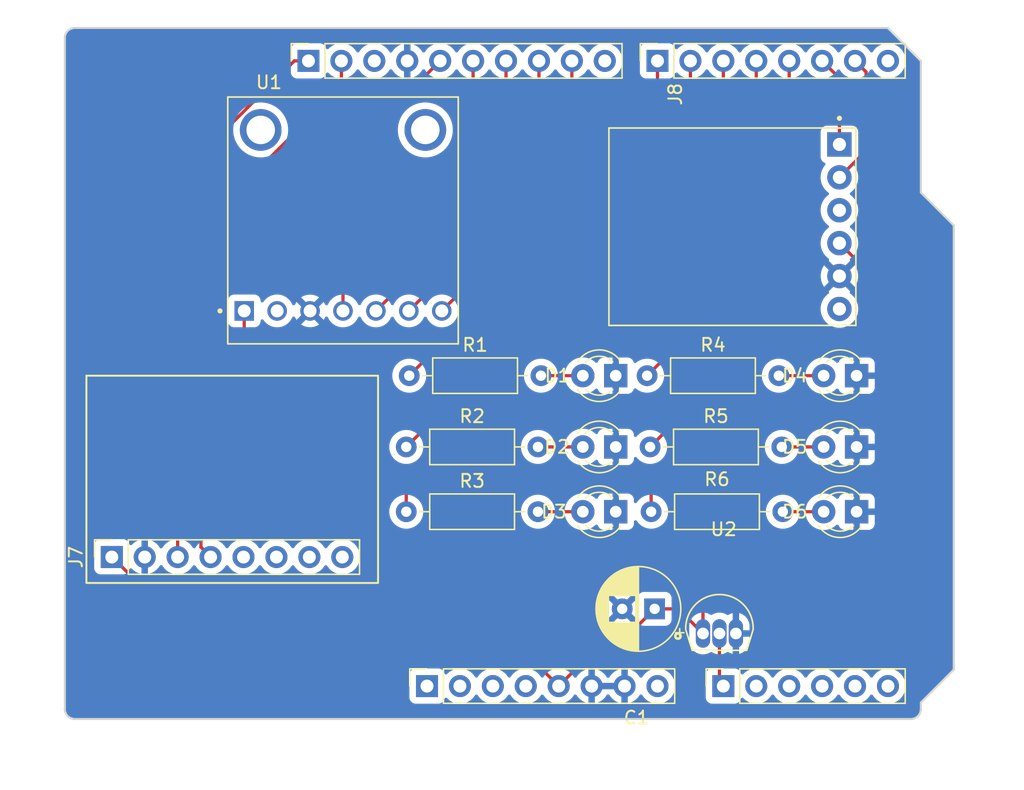
<source format=kicad_pcb>
(kicad_pcb (version 20241229) (generator "pcbnew") (generator_version "9.0")
  (title_block (date "mar. 31 mars 2015"))
  (layers (0 "F.Cu" signal) (2 "B.Cu" signal) (13 "F.Paste" user) (15 "B.Paste" user) (5 "F.SilkS" user "F.Silkscreen") (7 "B.SilkS" user "B.Silkscreen") (1 "F.Mask" user) (3 "B.Mask" user) (25 "Edge.Cuts" user))
  (net 0 "")
  (net 1 "GND")
  (net 3 "+5V")
  (net 4 "/IOREF")
  (net 5 "Net-(D1-A)")
  (net 6 "/A1")
  (net 7 "/A2")
  (net 8 "/A3")
  (net 9 "/SDA{slash}A4")
  (net 10 "/SCL{slash}A5")
  (net 11 "Net-(D2-A)")
  (net 12 "Net-(D3-A)")
  (net 13 "/AREF")
  (net 14 "/8")
  (net 15 "/7")
  (net 16 "Net-(D4-A)")
  (net 17 "Net-(D5-A)")
  (net 18 "/*9")
  (net 19 "/4")
  (net 20 "/MRX_STX")
  (net 21 "/*6")
  (net 22 "/*5")
  (net 23 "Net-(D6-A)")
  (net 24 "/*3")
  (net 25 "/RX{slash}0")
  (net 26 "+3V3")
  (net 27 "VCC")
  (net 28 "/~{RESET}")
  (net 29 "/MOSI")
  (net 30 "/SCL")
  (net 31 "/MISO")
  (net 32 "/SCK")
  (net 33 "/CS")
  (net 34 "/SDA")
  (net 35 "/Vout")
  (net 36 "/MTX_SRX")
  (footprint "Connector_PinSocket_2.54mm:PinSocket_1x08_P2.54mm_Vertical" (layer "F.Cu") (at 127.94 97.46 90)
    (property "Reference" "J1" (hide yes))
    (property "Value" "Power")
    (fp_line (start 1.33 -1.33) (end 1.33 0) (stroke (width 0.12)) (layer "F.SilkS"))
    (fp_line (start 0 -1.33) (end 1.33 -1.33) (stroke (width 0.12)) (layer "F.SilkS"))
    (fp_line (start 1.33 1.27) (end 1.33 19.11) (stroke (width 0.12)) (layer "F.SilkS"))
    (fp_line (start -1.33 1.27) (end 1.33 1.27) (stroke (width 0.12)) (layer "F.SilkS"))
    (fp_line (start -1.33 1.27) (end -1.33 19.11) (stroke (width 0.12)) (layer "F.SilkS"))
    (fp_line (start -1.33 19.11) (end 1.33 19.11) (stroke (width 0.12)) (layer "F.SilkS"))
    (pad "1" thru_hole rect (at 0 0 90) (size 1.7 1.7) (drill 1) (layers "*.Cu" "*.Mask"))
    (pad "2" thru_hole oval (at 0 2.54 90) (size 1.7 1.7) (drill 1) (layers "*.Cu" "*.Mask") (net 4 "/IOREF"))
    (pad "3" thru_hole oval (at 0 5.08 90) (size 1.7 1.7) (drill 1) (layers "*.Cu" "*.Mask") (net 28 "/~{RESET}"))
    (pad "4" thru_hole oval (at 0 7.62 90) (size 1.7 1.7) (drill 1) (layers "*.Cu" "*.Mask") (net 26 "+3V3"))
    (pad "5" thru_hole oval (at 0 10.16 90) (size 1.7 1.7) (drill 1) (layers "*.Cu" "*.Mask") (net 3 "+5V"))
    (pad "6" thru_hole oval (at 0 12.7 90) (size 1.7 1.7) (drill 1) (layers "*.Cu" "*.Mask") (net 1 "GND"))
    (pad "7" thru_hole oval (at 0 15.24 90) (size 1.7 1.7) (drill 1) (layers "*.Cu" "*.Mask") (net 1 "GND"))
    (pad "8" thru_hole oval (at 0 17.78 90) (size 1.7 1.7) (drill 1) (layers "*.Cu" "*.Mask") (net 27 "VCC"))
  )
  (footprint "Connector_PinSocket_2.54mm:PinSocket_1x06_P2.54mm_Vertical" (layer "F.Cu") (at 150.8 97.46 90)
    (property "Reference" "J3" (hide yes))
    (property "Value" "Analog")
    (fp_line (start 1.33 -1.33) (end 1.33 0) (stroke (width 0.12)) (layer "F.SilkS"))
    (fp_line (start 0 -1.33) (end 1.33 -1.33) (stroke (width 0.12)) (layer "F.SilkS"))
    (fp_line (start 1.33 1.27) (end 1.33 14.03) (stroke (width 0.12)) (layer "F.SilkS"))
    (fp_line (start -1.33 1.27) (end 1.33 1.27) (stroke (width 0.12)) (layer "F.SilkS"))
    (fp_line (start -1.33 1.27) (end -1.33 14.03) (stroke (width 0.12)) (layer "F.SilkS"))
    (fp_line (start -1.33 14.03) (end 1.33 14.03) (stroke (width 0.12)) (layer "F.SilkS"))
    (pad "1" thru_hole rect (at 0 0 90) (size 1.7 1.7) (drill 1) (layers "*.Cu" "*.Mask") (net 35 "/Vout"))
    (pad "2" thru_hole oval (at 0 2.54 90) (size 1.7 1.7) (drill 1) (layers "*.Cu" "*.Mask") (net 6 "/A1"))
    (pad "3" thru_hole oval (at 0 5.08 90) (size 1.7 1.7) (drill 1) (layers "*.Cu" "*.Mask") (net 7 "/A2"))
    (pad "4" thru_hole oval (at 0 7.62 90) (size 1.7 1.7) (drill 1) (layers "*.Cu" "*.Mask") (net 8 "/A3"))
    (pad "5" thru_hole oval (at 0 10.16 90) (size 1.7 1.7) (drill 1) (layers "*.Cu" "*.Mask") (net 9 "/SDA{slash}A4"))
    (pad "6" thru_hole oval (at 0 12.7 90) (size 1.7 1.7) (drill 1) (layers "*.Cu" "*.Mask") (net 10 "/SCL{slash}A5"))
  )
  (footprint "Connector_PinSocket_2.54mm:PinSocket_1x10_P2.54mm_Vertical" (layer "F.Cu") (at 118.796 49.2 90)
    (property "Reference" "J2" (hide yes))
    (property "Value" "Digital/PWM")
    (fp_line (start 1.33 -1.33) (end 1.33 0) (stroke (width 0.12)) (layer "F.SilkS"))
    (fp_line (start 0 -1.33) (end 1.33 -1.33) (stroke (width 0.12)) (layer "F.SilkS"))
    (fp_line (start 1.33 1.27) (end 1.33 24.19) (stroke (width 0.12)) (layer "F.SilkS"))
    (fp_line (start -1.33 1.27) (end 1.33 1.27) (stroke (width 0.12)) (layer "F.SilkS"))
    (fp_line (start -1.33 1.27) (end -1.33 24.19) (stroke (width 0.12)) (layer "F.SilkS"))
    (fp_line (start -1.33 24.19) (end 1.33 24.19) (stroke (width 0.12)) (layer "F.SilkS"))
    (pad "1" thru_hole rect (at 0 0 90) (size 1.7 1.7) (drill 1) (layers "*.Cu" "*.Mask") (net 30 "/SCL"))
    (pad "2" thru_hole oval (at 0 2.54 90) (size 1.7 1.7) (drill 1) (layers "*.Cu" "*.Mask") (net 34 "/SDA"))
    (pad "3" thru_hole oval (at 0 5.08 90) (size 1.7 1.7) (drill 1) (layers "*.Cu" "*.Mask") (net 13 "/AREF"))
    (pad "4" thru_hole oval (at 0 7.62 90) (size 1.7 1.7) (drill 1) (layers "*.Cu" "*.Mask") (net 1 "GND"))
    (pad "5" thru_hole oval (at 0 10.16 90) (size 1.7 1.7) (drill 1) (layers "*.Cu" "*.Mask") (net 32 "/SCK"))
    (pad "6" thru_hole oval (at 0 12.7 90) (size 1.7 1.7) (drill 1) (layers "*.Cu" "*.Mask") (net 31 "/MISO"))
    (pad "7" thru_hole oval (at 0 15.24 90) (size 1.7 1.7) (drill 1) (layers "*.Cu" "*.Mask") (net 29 "/MOSI"))
    (pad "8" thru_hole oval (at 0 17.78 90) (size 1.7 1.7) (drill 1) (layers "*.Cu" "*.Mask") (net 33 "/CS"))
    (pad "9" thru_hole oval (at 0 20.32 90) (size 1.7 1.7) (drill 1) (layers "*.Cu" "*.Mask") (net 18 "/*9"))
    (pad "10" thru_hole oval (at 0 22.86 90) (size 1.7 1.7) (drill 1) (layers "*.Cu" "*.Mask") (net 14 "/8"))
  )
  (footprint "Connector_PinSocket_2.54mm:PinSocket_1x08_P2.54mm_Vertical" (layer "F.Cu") (at 145.72 49.2 90)
    (property "Reference" "J4" (hide yes))
    (property "Value" "Digital/PWM")
    (fp_line (start 1.33 -1.33) (end 1.33 0) (stroke (width 0.12)) (layer "F.SilkS"))
    (fp_line (start 0 -1.33) (end 1.33 -1.33) (stroke (width 0.12)) (layer "F.SilkS"))
    (fp_line (start 1.33 1.27) (end 1.33 19.11) (stroke (width 0.12)) (layer "F.SilkS"))
    (fp_line (start -1.33 1.27) (end 1.33 1.27) (stroke (width 0.12)) (layer "F.SilkS"))
    (fp_line (start -1.33 1.27) (end -1.33 19.11) (stroke (width 0.12)) (layer "F.SilkS"))
    (fp_line (start -1.33 19.11) (end 1.33 19.11) (stroke (width 0.12)) (layer "F.SilkS"))
    (pad "1" thru_hole rect (at 0 0 90) (size 1.7 1.7) (drill 1) (layers "*.Cu" "*.Mask") (net 15 "/7"))
    (pad "2" thru_hole oval (at 0 2.54 90) (size 1.7 1.7) (drill 1) (layers "*.Cu" "*.Mask") (net 21 "/*6"))
    (pad "3" thru_hole oval (at 0 5.08 90) (size 1.7 1.7) (drill 1) (layers "*.Cu" "*.Mask") (net 22 "/*5"))
    (pad "4" thru_hole oval (at 0 7.62 90) (size 1.7 1.7) (drill 1) (layers "*.Cu" "*.Mask") (net 19 "/4"))
    (pad "5" thru_hole oval (at 0 10.16 90) (size 1.7 1.7) (drill 1) (layers "*.Cu" "*.Mask") (net 24 "/*3"))
    (pad "6" thru_hole oval (at 0 12.7 90) (size 1.7 1.7) (drill 1) (layers "*.Cu" "*.Mask") (net 20 "/MRX_STX"))
    (pad "7" thru_hole oval (at 0 15.24 90) (size 1.7 1.7) (drill 1) (layers "*.Cu" "*.Mask") (net 36 "/MTX_SRX"))
    (pad "8" thru_hole oval (at 0 17.78 90) (size 1.7 1.7) (drill 1) (layers "*.Cu" "*.Mask") (net 25 "/RX{slash}0"))
  )
  (footprint "TMP36GT9:XDCR_TMP36GT9" (layer "F.Cu") (at 150.5 92.5)
    (property "Reference" "U2" (at 0.325335 -7.141005 0) (layer "F.SilkS") (effects (font (size 1.001913 1.001913))))
    (property "Value" "TMP36GT9")
    (fp_line (start -2.6 0.6) (end -2.1 2.2) (stroke (width 0.127)) (layer "F.SilkS"))
    (fp_line (start -2.1 2.2) (end 2.1 2.2) (stroke (width 0.127)) (layer "F.SilkS"))
    (fp_line (start 2.1 2.2) (end 2.6 0.6) (stroke (width 0.127)) (layer "F.SilkS"))
    (fp_arc (start -2.6 0.538) (mid 0 -2.107779) (end 2.6 0.538) (stroke (width 0.127)) (layer "F.SilkS"))
    (fp_circle (center -3.2 1.1) (end -3 1.1) (stroke (width 0.2)) (fill no) (layer "F.SilkS"))
    (pad "1" thru_hole oval (at -1.27 0.9) (size 1.1 2.2) (drill 0.9) (layers "*.Cu" "*.Mask") (net 3 "+5V"))
    (pad "2" thru_hole oval (at 0 0.9) (size 1.1 2.2) (drill 0.9) (layers "*.Cu" "*.Mask") (net 35 "/Vout"))
    (pad "3" thru_hole oval (at 1.27 0.9) (size 1.1 2.2) (drill 0.9) (layers "*.Cu" "*.Mask") (net 1 "GND"))
  )
  (footprint "Resistor_THT:R_Axial_DIN0207_L6.3mm_D2.5mm_P10.16mm_Horizontal" (layer "F.Cu") (at 126.34 84)
    (property "Reference" "R3" (at 5.08 -2.37 0) (layer "F.SilkS"))
    (property "Value" "330")
    (fp_line (start 1.04 0) (end 1.81 0) (stroke (width 0.12)) (layer "F.SilkS"))
    (fp_line (start 1.81 -1.37) (end 1.81 1.37) (stroke (width 0.12)) (layer "F.SilkS"))
    (fp_line (start 1.81 1.37) (end 8.35 1.37) (stroke (width 0.12)) (layer "F.SilkS"))
    (fp_line (start 8.35 -1.37) (end 1.81 -1.37) (stroke (width 0.12)) (layer "F.SilkS"))
    (fp_line (start 8.35 1.37) (end 8.35 -1.37) (stroke (width 0.12)) (layer "F.SilkS"))
    (fp_line (start 9.12 0) (end 8.35 0) (stroke (width 0.12)) (layer "F.SilkS"))
    (pad "1" thru_hole circle (at 0 0) (size 1.6 1.6) (drill 0.8) (layers "*.Cu" "*.Mask") (net 21 "/*6"))
    (pad "2" thru_hole oval (at 10.16 0) (size 1.6 1.6) (drill 0.8) (layers "*.Cu" "*.Mask") (net 12 "Net-(D3-A)"))
  )
  (footprint "Capacitor_THT:CP_Radial_D6.3mm_P2.50mm" (layer "F.Cu") (at 145.5 91.5 180)
    (property "Reference" "C1" (at 1.4 -8.4 0) (layer "F.SilkS"))
    (property "Value" "0.1uF")
    (fp_line (start 4.491 -0.402) (end 4.491 0.402) (stroke (width 0.12)) (layer "F.SilkS"))
    (fp_line (start 4.451 -0.633) (end 4.451 0.633) (stroke (width 0.12)) (layer "F.SilkS"))
    (fp_line (start 4.411 -0.802) (end 4.411 0.802) (stroke (width 0.12)) (layer "F.SilkS"))
    (fp_line (start 4.371 -0.94) (end 4.371 0.94) (stroke (width 0.12)) (layer "F.SilkS"))
    (fp_line (start 4.331 -1.059) (end 4.331 1.059) (stroke (width 0.12)) (layer "F.SilkS"))
    (fp_line (start 4.291 -1.165) (end 4.291 1.165) (stroke (width 0.12)) (layer "F.SilkS"))
    (fp_line (start 4.251 -1.262) (end 4.251 1.262) (stroke (width 0.12)) (layer "F.SilkS"))
    (fp_line (start 4.211 -1.35) (end 4.211 1.35) (stroke (width 0.12)) (layer "F.SilkS"))
    (fp_line (start 4.171 -1.432) (end 4.171 1.432) (stroke (width 0.12)) (layer "F.SilkS"))
    (fp_line (start 4.131 -1.509) (end 4.131 1.509) (stroke (width 0.12)) (layer "F.SilkS"))
    (fp_line (start 4.091 -1.581) (end 4.091 1.581) (stroke (width 0.12)) (layer "F.SilkS"))
    (fp_line (start 4.051 -1.65) (end 4.051 1.65) (stroke (width 0.12)) (layer "F.SilkS"))
    (fp_line (start 4.011 -1.714) (end 4.011 1.714) (stroke (width 0.12)) (layer "F.SilkS"))
    (fp_line (start 3.971 -1.776) (end 3.971 1.776) (stroke (width 0.12)) (layer "F.SilkS"))
    (fp_line (start 3.931 -1.834) (end 3.931 1.834) (stroke (width 0.12)) (layer "F.SilkS"))
    (fp_line (start 3.891 -1.89) (end 3.891 1.89) (stroke (width 0.12)) (layer "F.SilkS"))
    (fp_line (start 3.851 -1.944) (end 3.851 1.944) (stroke (width 0.12)) (layer "F.SilkS"))
    (fp_line (start 3.811 -1.995) (end 3.811 1.995) (stroke (width 0.12)) (layer "F.SilkS"))
    (fp_line (start 3.771 -2.044) (end 3.771 2.044) (stroke (width 0.12)) (layer "F.SilkS"))
    (fp_line (start 3.731 -2.092) (end 3.731 2.092) (stroke (width 0.12)) (layer "F.SilkS"))
    (fp_line (start 3.691 -2.137) (end 3.691 2.137) (stroke (width 0.12)) (layer "F.SilkS"))
    (fp_line (start 3.651 -2.182) (end 3.651 2.182) (stroke (width 0.12)) (layer "F.SilkS"))
    (fp_line (start 3.611 -2.224) (end 3.611 2.224) (stroke (width 0.12)) (layer "F.SilkS"))
    (fp_line (start 3.571 -2.265) (end 3.571 2.265) (stroke (width 0.12)) (layer "F.SilkS"))
    (fp_line (start 3.531 1.04) (end 3.531 2.305) (stroke (width 0.12)) (layer "F.SilkS"))
    (fp_line (start 3.531 -2.305) (end 3.531 -1.04) (stroke (width 0.12)) (layer "F.SilkS"))
    (fp_line (start 3.491 1.04) (end 3.491 2.343) (stroke (width 0.12)) (layer "F.SilkS"))
    (fp_line (start 3.491 -2.343) (end 3.491 -1.04) (stroke (width 0.12)) (layer "F.SilkS"))
    (fp_line (start 3.451 1.04) (end 3.451 2.38) (stroke (width 0.12)) (layer "F.SilkS"))
    (fp_line (start 3.451 -2.38) (end 3.451 -1.04) (stroke (width 0.12)) (layer "F.SilkS"))
    (fp_line (start 3.411 1.04) (end 3.411 2.416) (stroke (width 0.12)) (layer "F.SilkS"))
    (fp_line (start 3.411 -2.416) (end 3.411 -1.04) (stroke (width 0.12)) (layer "F.SilkS"))
    (fp_line (start 3.371 1.04) (end 3.371 2.45) (stroke (width 0.12)) (layer "F.SilkS"))
    (fp_line (start 3.371 -2.45) (end 3.371 -1.04) (stroke (width 0.12)) (layer "F.SilkS"))
    (fp_line (start 3.331 1.04) (end 3.331 2.484) (stroke (width 0.12)) (layer "F.SilkS"))
    (fp_line (start 3.331 -2.484) (end 3.331 -1.04) (stroke (width 0.12)) (layer "F.SilkS"))
    (fp_line (start 3.291 1.04) (end 3.291 2.516) (stroke (width 0.12)) (layer "F.SilkS"))
    (fp_line (start 3.291 -2.516) (end 3.291 -1.04) (stroke (width 0.12)) (layer "F.SilkS"))
    (fp_line (start 3.251 1.04) (end 3.251 2.548) (stroke (width 0.12)) (layer "F.SilkS"))
    (fp_line (start 3.251 -2.548) (end 3.251 -1.04) (stroke (width 0.12)) (layer "F.SilkS"))
    (fp_line (start 3.211 1.04) (end 3.211 2.578) (stroke (width 0.12)) (layer "F.SilkS"))
    (fp_line (start 3.211 -2.578) (end 3.211 -1.04) (stroke (width 0.12)) (layer "F.SilkS"))
    (fp_line (start 3.171 1.04) (end 3.171 2.607) (stroke (width 0.12)) (layer "F.SilkS"))
    (fp_line (start 3.171 -2.607) (end 3.171 -1.04) (stroke (width 0.12)) (layer "F.SilkS"))
    (fp_line (start 3.131 1.04) (end 3.131 2.636) (stroke (width 0.12)) (layer "F.SilkS"))
    (fp_line (start 3.131 -2.636) (end 3.131 -1.04) (stroke (width 0.12)) (layer "F.SilkS"))
    (fp_line (start 3.091 1.04) (end 3.091 2.664) (stroke (width 0.12)) (layer "F.SilkS"))
    (fp_line (start 3.091 -2.664) (end 3.091 -1.04) (stroke (width 0.12)) (layer "F.SilkS"))
    (fp_line (start 3.051 1.04) (end 3.051 2.69) (stroke (width 0.12)) (layer "F.SilkS"))
    (fp_line (start 3.051 -2.69) (end 3.051 -1.04) (stroke (width 0.12)) (layer "F.SilkS"))
    (fp_line (start 3.011 1.04) (end 3.011 2.716) (stroke (width 0.12)) (layer "F.SilkS"))
    (fp_line (start 3.011 -2.716) (end 3.011 -1.04) (stroke (width 0.12)) (layer "F.SilkS"))
    (fp_line (start 2.971 1.04) (end 2.971 2.742) (stroke (width 0.12)) (layer "F.SilkS"))
    (fp_line (start 2.971 -2.742) (end 2.971 -1.04) (stroke (width 0.12)) (layer "F.SilkS"))
    (fp_line (start 2.931 1.04) (end 2.931 2.766) (stroke (width 0.12)) (layer "F.SilkS"))
    (fp_line (start 2.931 -2.766) (end 2.931 -1.04) (stroke (width 0.12)) (layer "F.SilkS"))
    (fp_line (start 2.891 1.04) (end 2.891 2.79) (stroke (width 0.12)) (layer "F.SilkS"))
    (fp_line (start 2.891 -2.79) (end 2.891 -1.04) (stroke (width 0.12)) (layer "F.SilkS"))
    (fp_line (start 2.851 1.04) (end 2.851 2.812) (stroke (width 0.12)) (layer "F.SilkS"))
    (fp_line (start 2.851 -2.812) (end 2.851 -1.04) (stroke (width 0.12)) (layer "F.SilkS"))
    (fp_line (start 2.811 1.04) (end 2.811 2.834) (stroke (width 0.12)) (layer "F.SilkS"))
    (fp_line (start 2.811 -2.834) (end 2.811 -1.04) (stroke (width 0.12)) (layer "F.SilkS"))
    (fp_line (start 2.771 1.04) (end 2.771 2.856) (stroke (width 0.12)) (layer "F.SilkS"))
    (fp_line (start 2.771 -2.856) (end 2.771 -1.04) (stroke (width 0.12)) (layer "F.SilkS"))
    (fp_line (start 2.731 1.04) (end 2.731 2.876) (stroke (width 0.12)) (layer "F.SilkS"))
    (fp_line (start 2.731 -2.876) (end 2.731 -1.04) (stroke (width 0.12)) (layer "F.SilkS"))
    (fp_line (start 2.691 1.04) (end 2.691 2.896) (stroke (width 0.12)) (layer "F.SilkS"))
    (fp_line (start 2.691 -2.896) (end 2.691 -1.04) (stroke (width 0.12)) (layer "F.SilkS"))
    (fp_line (start 2.651 1.04) (end 2.651 2.916) (stroke (width 0.12)) (layer "F.SilkS"))
    (fp_line (start 2.651 -2.916) (end 2.651 -1.04) (stroke (width 0.12)) (layer "F.SilkS"))
    (fp_line (start 2.611 1.04) (end 2.611 2.934) (stroke (width 0.12)) (layer "F.SilkS"))
    (fp_line (start 2.611 -2.934) (end 2.611 -1.04) (stroke (width 0.12)) (layer "F.SilkS"))
    (fp_line (start 2.571 1.04) (end 2.571 2.952) (stroke (width 0.12)) (layer "F.SilkS"))
    (fp_line (start 2.571 -2.952) (end 2.571 -1.04) (stroke (width 0.12)) (layer "F.SilkS"))
    (fp_line (start 2.531 1.04) (end 2.531 2.97) (stroke (width 0.12)) (layer "F.SilkS"))
    (fp_line (start 2.531 -2.97) (end 2.531 -1.04) (stroke (width 0.12)) (layer "F.SilkS"))
    (fp_line (start 2.491 1.04) (end 2.491 2.986) (stroke (width 0.12)) (layer "F.SilkS"))
    (fp_line (start 2.491 -2.986) (end 2.491 -1.04) (stroke (width 0.12)) (layer "F.SilkS"))
    (fp_line (start 2.451 1.04) (end 2.451 3.002) (stroke (width 0.12)) (layer "F.SilkS"))
    (fp_line (start 2.451 -3.002) (end 2.451 -1.04) (stroke (width 0.12)) (layer "F.SilkS"))
    (fp_line (start 2.411 1.04) (end 2.411 3.018) (stroke (width 0.12)) (layer "F.SilkS"))
    (fp_line (start 2.411 -3.018) (end 2.411 -1.04) (stroke (width 0.12)) (layer "F.SilkS"))
    (fp_line (start 2.371 1.04) (end 2.371 3.033) (stroke (width 0.12)) (layer "F.SilkS"))
    (fp_line (start 2.371 -3.033) (end 2.371 -1.04) (stroke (width 0.12)) (layer "F.SilkS"))
    (fp_line (start 2.331 1.04) (end 2.331 3.047) (stroke (width 0.12)) (layer "F.SilkS"))
    (fp_line (start 2.331 -3.047) (end 2.331 -1.04) (stroke (width 0.12)) (layer "F.SilkS"))
    (fp_line (start 2.291 1.04) (end 2.291 3.061) (stroke (width 0.12)) (layer "F.SilkS"))
    (fp_line (start 2.291 -3.061) (end 2.291 -1.04) (stroke (width 0.12)) (layer "F.SilkS"))
    (fp_line (start 2.251 1.04) (end 2.251 3.074) (stroke (width 0.12)) (layer "F.SilkS"))
    (fp_line (start 2.251 -3.074) (end 2.251 -1.04) (stroke (width 0.12)) (layer "F.SilkS"))
    (fp_line (start 2.211 1.04) (end 2.211 3.086) (stroke (width 0.12)) (layer "F.SilkS"))
    (fp_line (start 2.211 -3.086) (end 2.211 -1.04) (stroke (width 0.12)) (layer "F.SilkS"))
    (fp_line (start 2.171 1.04) (end 2.171 3.098) (stroke (width 0.12)) (layer "F.SilkS"))
    (fp_line (start 2.171 -3.098) (end 2.171 -1.04) (stroke (width 0.12)) (layer "F.SilkS"))
    (fp_line (start 2.131 1.04) (end 2.131 3.11) (stroke (width 0.12)) (layer "F.SilkS"))
    (fp_line (start 2.131 -3.11) (end 2.131 -1.04) (stroke (width 0.12)) (layer "F.SilkS"))
    (fp_line (start 2.091 1.04) (end 2.091 3.121) (stroke (width 0.12)) (layer "F.SilkS"))
    (fp_line (start 2.091 -3.121) (end 2.091 -1.04) (stroke (width 0.12)) (layer "F.SilkS"))
    (fp_line (start 2.051 1.04) (end 2.051 3.131) (stroke (width 0.12)) (layer "F.SilkS"))
    (fp_line (start 2.051 -3.131) (end 2.051 -1.04) (stroke (width 0.12)) (layer "F.SilkS"))
    (fp_line (start 2.011 1.04) (end 2.011 3.141) (stroke (width 0.12)) (layer "F.SilkS"))
    (fp_line (start 2.011 -3.141) (end 2.011 -1.04) (stroke (width 0.12)) (layer "F.SilkS"))
    (fp_line (start 1.971 1.04) (end 1.971 3.15) (stroke (width 0.12)) (layer "F.SilkS"))
    (fp_line (start 1.971 -3.15) (end 1.971 -1.04) (stroke (width 0.12)) (layer "F.SilkS"))
    (fp_line (start 1.93 1.04) (end 1.93 3.159) (stroke (width 0.12)) (layer "F.SilkS"))
    (fp_line (start 1.93 -3.159) (end 1.93 -1.04) (stroke (width 0.12)) (layer "F.SilkS"))
    (fp_line (start 1.89 1.04) (end 1.89 3.167) (stroke (width 0.12)) (layer "F.SilkS"))
    (fp_line (start 1.89 -3.167) (end 1.89 -1.04) (stroke (width 0.12)) (layer "F.SilkS"))
    (fp_line (start 1.85 1.04) (end 1.85 3.175) (stroke (width 0.12)) (layer "F.SilkS"))
    (fp_line (start 1.85 -3.175) (end 1.85 -1.04) (stroke (width 0.12)) (layer "F.SilkS"))
    (fp_line (start 1.81 1.04) (end 1.81 3.182) (stroke (width 0.12)) (layer "F.SilkS"))
    (fp_line (start 1.81 -3.182) (end 1.81 -1.04) (stroke (width 0.12)) (layer "F.SilkS"))
    (fp_line (start 1.77 1.04) (end 1.77 3.189) (stroke (width 0.12)) (layer "F.SilkS"))
    (fp_line (start 1.77 -3.189) (end 1.77 -1.04) (stroke (width 0.12)) (layer "F.SilkS"))
    (fp_line (start 1.73 1.04) (end 1.73 3.195) (stroke (width 0.12)) (layer "F.SilkS"))
    (fp_line (start 1.73 -3.195) (end 1.73 -1.04) (stroke (width 0.12)) (layer "F.SilkS"))
    (fp_line (start 1.69 1.04) (end 1.69 3.201) (stroke (width 0.12)) (layer "F.SilkS"))
    (fp_line (start 1.69 -3.201) (end 1.69 -1.04) (stroke (width 0.12)) (layer "F.SilkS"))
    (fp_line (start 1.65 1.04) (end 1.65 3.206) (stroke (width 0.12)) (layer "F.SilkS"))
    (fp_line (start 1.65 -3.206) (end 1.65 -1.04) (stroke (width 0.12)) (layer "F.SilkS"))
    (fp_line (start 1.61 1.04) (end 1.61 3.211) (stroke (width 0.12)) (layer "F.SilkS"))
    (fp_line (start 1.61 -3.211) (end 1.61 -1.04) (stroke (width 0.12)) (layer "F.SilkS"))
    (fp_line (start 1.57 1.04) (end 1.57 3.215) (stroke (width 0.12)) (layer "F.SilkS"))
    (fp_line (start 1.57 -3.215) (end 1.57 -1.04) (stroke (width 0.12)) (layer "F.SilkS"))
    (fp_line (start 1.53 1.04) (end 1.53 3.218) (stroke (width 0.12)) (layer "F.SilkS"))
    (fp_line (start 1.53 -3.218) (end 1.53 -1.04) (stroke (width 0.12)) (layer "F.SilkS"))
    (fp_line (start 1.49 1.04) (end 1.49 3.222) (stroke (width 0.12)) (layer "F.SilkS"))
    (fp_line (start 1.49 -3.222) (end 1.49 -1.04) (stroke (width 0.12)) (layer "F.SilkS"))
    (fp_line (start 1.45 -3.224) (end 1.45 3.224) (stroke (width 0.12)) (layer "F.SilkS"))
    (fp_line (start 1.41 -3.227) (end 1.41 3.227) (stroke (width 0.12)) (layer "F.SilkS"))
    (fp_line (start 1.37 -3.228) (end 1.37 3.228) (stroke (width 0.12)) (layer "F.SilkS"))
    (fp_line (start 1.33 -3.23) (end 1.33 3.23) (stroke (width 0.12)) (layer "F.SilkS"))
    (fp_line (start 1.29 -3.23) (end 1.29 3.23) (stroke (width 0.12)) (layer "F.SilkS"))
    (fp_line (start 1.25 -3.23) (end 1.25 3.23) (stroke (width 0.12)) (layer "F.SilkS"))
    (fp_line (start -1.935241 -2.154) (end -1.935241 -1.524) (stroke (width 0.12)) (layer "F.SilkS"))
    (fp_line (start -2.250241 -1.839) (end -1.620241 -1.839) (stroke (width 0.12)) (layer "F.SilkS"))
    (fp_circle (center 1.25 0) (end 4.52 0) (stroke (width 0.12)) (fill no) (layer "F.SilkS"))
    (pad "1" thru_hole rect (at 0 0 180) (size 1.6 1.6) (drill 0.8) (layers "*.Cu" "*.Mask") (net 3 "+5V"))
    (pad "2" thru_hole circle (at 2.5 0 180) (size 1.6 1.6) (drill 0.8) (layers "*.Cu" "*.Mask") (net 1 "GND"))
  )
  (footprint "Resistor_THT:R_Axial_DIN0207_L6.3mm_D2.5mm_P10.16mm_Horizontal" (layer "F.Cu") (at 126.57 73.5)
    (property "Reference" "R1" (at 5.08 -2.37 0) (layer "F.SilkS"))
    (property "Value" "330")
    (fp_line (start 1.04 0) (end 1.81 0) (stroke (width 0.12)) (layer "F.SilkS"))
    (fp_line (start 1.81 -1.37) (end 1.81 1.37) (stroke (width 0.12)) (layer "F.SilkS"))
    (fp_line (start 1.81 1.37) (end 8.35 1.37) (stroke (width 0.12)) (layer "F.SilkS"))
    (fp_line (start 8.35 -1.37) (end 1.81 -1.37) (stroke (width 0.12)) (layer "F.SilkS"))
    (fp_line (start 8.35 1.37) (end 8.35 -1.37) (stroke (width 0.12)) (layer "F.SilkS"))
    (fp_line (start 9.12 0) (end 8.35 0) (stroke (width 0.12)) (layer "F.SilkS"))
    (pad "1" thru_hole circle (at 0 0) (size 1.6 1.6) (drill 0.8) (layers "*.Cu" "*.Mask") (net 18 "/*9"))
    (pad "2" thru_hole oval (at 10.16 0) (size 1.6 1.6) (drill 0.8) (layers "*.Cu" "*.Mask") (net 5 "Net-(D1-A)"))
  )
  (footprint "LED_THT:LED_D3.0mm" (layer "F.Cu") (at 161.08 79 180)
    (property "Reference" "D5" (at 4.77 0 0) (layer "F.SilkS"))
    (property "Value" "LED")
    (fp_line (start -0.29 1.08) (end -0.29 1.236) (stroke (width 0.12)) (layer "F.SilkS"))
    (fp_line (start -0.29 -1.236) (end -0.29 -1.08) (stroke (width 0.12)) (layer "F.SilkS"))
    (fp_arc (start 2.941397 1.080061) (mid 1.365624 1.987701) (end -0.29 1.235516) (stroke (width 0.12)) (layer "F.SilkS"))
    (fp_arc (start 2.31091 1.080049) (mid 1.269964 1.5) (end 0.229039 1.08) (stroke (width 0.12)) (layer "F.SilkS"))
    (fp_arc (start 0.229039 -1.08) (mid 1.269964 -1.5) (end 2.31091 -1.080049) (stroke (width 0.12)) (layer "F.SilkS"))
    (fp_arc (start -0.29 -1.235516) (mid 1.365624 -1.987701) (end 2.941397 -1.080061) (stroke (width 0.12)) (layer "F.SilkS"))
    (pad "1" thru_hole rect (at 0 0 180) (size 1.8 1.8) (drill 0.9) (layers "*.Cu" "*.Mask") (net 1 "GND"))
    (pad "2" thru_hole circle (at 2.54 0 180) (size 1.8 1.8) (drill 0.9) (layers "*.Cu" "*.Mask") (net 17 "Net-(D5-A)"))
  )
  (footprint "LED_THT:LED_D3.0mm" (layer "F.Cu") (at 161.08 84 180)
    (property "Reference" "D6" (at 4.77 0 0) (layer "F.SilkS"))
    (property "Value" "LED")
    (fp_line (start -0.29 1.08) (end -0.29 1.236) (stroke (width 0.12)) (layer "F.SilkS"))
    (fp_line (start -0.29 -1.236) (end -0.29 -1.08) (stroke (width 0.12)) (layer "F.SilkS"))
    (fp_arc (start 2.941397 1.080061) (mid 1.365624 1.987701) (end -0.29 1.235516) (stroke (width 0.12)) (layer "F.SilkS"))
    (fp_arc (start 2.31091 1.080049) (mid 1.269964 1.5) (end 0.229039 1.08) (stroke (width 0.12)) (layer "F.SilkS"))
    (fp_arc (start 0.229039 -1.08) (mid 1.269964 -1.5) (end 2.31091 -1.080049) (stroke (width 0.12)) (layer "F.SilkS"))
    (fp_arc (start -0.29 -1.235516) (mid 1.365624 -1.987701) (end 2.941397 -1.080061) (stroke (width 0.12)) (layer "F.SilkS"))
    (pad "1" thru_hole rect (at 0 0 180) (size 1.8 1.8) (drill 0.9) (layers "*.Cu" "*.Mask") (net 1 "GND"))
    (pad "2" thru_hole circle (at 2.54 0 180) (size 1.8 1.8) (drill 0.9) (layers "*.Cu" "*.Mask") (net 23 "Net-(D6-A)"))
  )
  (footprint "LED_THT:LED_D3.0mm" (layer "F.Cu") (at 161.08 73.5 180)
    (property "Reference" "D4" (at 4.77 0 0) (layer "F.SilkS"))
    (property "Value" "LED")
    (fp_line (start -0.29 1.08) (end -0.29 1.236) (stroke (width 0.12)) (layer "F.SilkS"))
    (fp_line (start -0.29 -1.236) (end -0.29 -1.08) (stroke (width 0.12)) (layer "F.SilkS"))
    (fp_arc (start 2.941397 1.080061) (mid 1.365624 1.987701) (end -0.29 1.235516) (stroke (width 0.12)) (layer "F.SilkS"))
    (fp_arc (start 2.31091 1.080049) (mid 1.269964 1.5) (end 0.229039 1.08) (stroke (width 0.12)) (layer "F.SilkS"))
    (fp_arc (start 0.229039 -1.08) (mid 1.269964 -1.5) (end 2.31091 -1.080049) (stroke (width 0.12)) (layer "F.SilkS"))
    (fp_arc (start -0.29 -1.235516) (mid 1.365624 -1.987701) (end 2.941397 -1.080061) (stroke (width 0.12)) (layer "F.SilkS"))
    (pad "1" thru_hole rect (at 0 0 180) (size 1.8 1.8) (drill 0.9) (layers "*.Cu" "*.Mask") (net 1 "GND"))
    (pad "2" thru_hole circle (at 2.54 0 180) (size 1.8 1.8) (drill 0.9) (layers "*.Cu" "*.Mask") (net 16 "Net-(D4-A)"))
  )
  (footprint "Resistor_THT:R_Axial_DIN0207_L6.3mm_D2.5mm_P10.16mm_Horizontal" (layer "F.Cu") (at 145.23 84)
    (property "Reference" "R6" (at 5.08 -2.5 0) (layer "F.SilkS"))
    (property "Value" "330")
    (fp_line (start 1.04 0) (end 1.81 0) (stroke (width 0.12)) (layer "F.SilkS"))
    (fp_line (start 1.81 -1.37) (end 1.81 1.37) (stroke (width 0.12)) (layer "F.SilkS"))
    (fp_line (start 1.81 1.37) (end 8.35 1.37) (stroke (width 0.12)) (layer "F.SilkS"))
    (fp_line (start 8.35 -1.37) (end 1.81 -1.37) (stroke (width 0.12)) (layer "F.SilkS"))
    (fp_line (start 8.35 1.37) (end 8.35 -1.37) (stroke (width 0.12)) (layer "F.SilkS"))
    (fp_line (start 9.12 0) (end 8.35 0) (stroke (width 0.12)) (layer "F.SilkS"))
    (pad "1" thru_hole circle (at 0 0) (size 1.6 1.6) (drill 0.8) (layers "*.Cu" "*.Mask") (net 24 "/*3"))
    (pad "2" thru_hole oval (at 10.16 0) (size 1.6 1.6) (drill 0.8) (layers "*.Cu" "*.Mask") (net 23 "Net-(D6-A)"))
  )
  (footprint "OpenLog:MODULE_DEV-13712" (layer "F.Cu") (at 151.5 62 90)
    (property "Reference" "J8" (at 10.225 -4.41 90) (layer "F.SilkS"))
    (property "Value" "OpenLog")
    (fp_line (start 7.62 -9.525) (end 7.62 9.525) (stroke (width 0.127)) (layer "F.SilkS"))
    (fp_line (start -7.62 -9.525) (end 7.62 -9.525) (stroke (width 0.127)) (layer "F.SilkS"))
    (fp_line (start 7.62 9.525) (end -7.62 9.525) (stroke (width 0.127)) (layer "F.SilkS"))
    (fp_line (start -7.62 9.525) (end -7.62 -9.525) (stroke (width 0.127)) (layer "F.SilkS"))
    (fp_circle (center 8.37 8.255) (end 8.47 8.255) (stroke (width 0.2)) (fill no) (layer "F.SilkS"))
    (pad "1" thru_hole rect (at 6.35 8.255 90) (size 1.8796 1.8796) (drill 1.016) (layers "*.Cu" "*.Mask") (net 20 "/MRX_STX"))
    (pad "2" thru_hole circle (at 3.81 8.255 90) (size 1.8796 1.8796) (drill 1.016) (layers "*.Cu" "*.Mask") (net 36 "/MTX_SRX"))
    (pad "3" thru_hole circle (at 1.27 8.255 90) (size 1.8796 1.8796) (drill 1.016) (layers "*.Cu" "*.Mask"))
    (pad "4" thru_hole circle (at -1.27 8.255 90) (size 1.8796 1.8796) (drill 1.016) (layers "*.Cu" "*.Mask") (net 3 "+5V"))
    (pad "5" thru_hole circle (at -3.81 8.255 90) (size 1.8796 1.8796) (drill 1.016) (layers "*.Cu" "*.Mask") (net 1 "GND"))
    (pad "6" thru_hole circle (at -6.35 8.255 90) (size 1.8796 1.8796) (drill 1.016) (layers "*.Cu" "*.Mask"))
  )
  (footprint "Resistor_THT:R_Axial_DIN0207_L6.3mm_D2.5mm_P10.16mm_Horizontal" (layer "F.Cu") (at 126.34 79)
    (property "Reference" "R2" (at 5.08 -2.37 0) (layer "F.SilkS"))
    (property "Value" "330")
    (fp_line (start 1.04 0) (end 1.81 0) (stroke (width 0.12)) (layer "F.SilkS"))
    (fp_line (start 1.81 -1.37) (end 1.81 1.37) (stroke (width 0.12)) (layer "F.SilkS"))
    (fp_line (start 1.81 1.37) (end 8.35 1.37) (stroke (width 0.12)) (layer "F.SilkS"))
    (fp_line (start 8.35 -1.37) (end 1.81 -1.37) (stroke (width 0.12)) (layer "F.SilkS"))
    (fp_line (start 8.35 1.37) (end 8.35 -1.37) (stroke (width 0.12)) (layer "F.SilkS"))
    (fp_line (start 9.12 0) (end 8.35 0) (stroke (width 0.12)) (layer "F.SilkS"))
    (pad "1" thru_hole circle (at 0 0) (size 1.6 1.6) (drill 0.8) (layers "*.Cu" "*.Mask") (net 15 "/7"))
    (pad "2" thru_hole oval (at 10.16 0) (size 1.6 1.6) (drill 0.8) (layers "*.Cu" "*.Mask") (net 11 "Net-(D2-A)"))
  )
  (footprint "2652:MODULE_2652" (layer "F.Cu") (at 121.46 61.515)
    (property "Reference" "U1" (at -5.715 -10.66 0) (layer "F.SilkS"))
    (property "Value" "BME280")
    (fp_line (start -8.89 -9.525) (end 8.89 -9.525) (stroke (width 0.127)) (layer "F.SilkS"))
    (fp_line (start -8.89 9.525) (end -8.89 -9.525) (stroke (width 0.127)) (layer "F.SilkS"))
    (fp_line (start 8.89 -9.525) (end 8.89 9.525) (stroke (width 0.127)) (layer "F.SilkS"))
    (fp_line (start 8.89 9.525) (end -8.89 9.525) (stroke (width 0.127)) (layer "F.SilkS"))
    (fp_circle (center -9.49 6.985) (end -9.39 6.985) (stroke (width 0.2)) (fill no) (layer "F.SilkS"))
    (pad "1" thru_hole rect (at -7.62 6.985) (size 1.508 1.508) (drill 1) (layers "*.Cu" "*.Mask") (net 3 "+5V"))
    (pad "2" thru_hole circle (at -5.08 6.985) (size 1.508 1.508) (drill 1) (layers "*.Cu" "*.Mask"))
    (pad "3" thru_hole circle (at -2.54 6.985) (size 1.508 1.508) (drill 1) (layers "*.Cu" "*.Mask") (net 1 "GND"))
    (pad "4" thru_hole circle (at 0 6.985) (size 1.508 1.508) (drill 1) (layers "*.Cu" "*.Mask") (net 32 "/SCK"))
    (pad "5" thru_hole circle (at 2.54 6.985) (size 1.508 1.508) (drill 1) (layers "*.Cu" "*.Mask") (net 31 "/MISO"))
    (pad "6" thru_hole circle (at 5.08 6.985) (size 1.508 1.508) (drill 1) (layers "*.Cu" "*.Mask") (net 29 "/MOSI"))
    (pad "7" thru_hole circle (at 7.62 6.985) (size 1.508 1.508) (drill 1) (layers "*.Cu" "*.Mask") (net 33 "/CS"))
    (pad "P1" thru_hole circle (at -6.35 -6.985) (size 3.216 3.216) (drill 2.2) (layers "*.Cu" "*.Mask"))
    (pad "P2" thru_hole circle (at 6.35 -6.985) (size 3.216 3.216) (drill 2.2) (layers "*.Cu" "*.Mask"))
  )
  (footprint "LED_THT:LED_D3.0mm" (layer "F.Cu") (at 142.5 73.5 180)
    (property "Reference" "D1" (at 4.5 0 0) (layer "F.SilkS"))
    (property "Value" "LED")
    (fp_line (start -0.29 1.08) (end -0.29 1.236) (stroke (width 0.12)) (layer "F.SilkS"))
    (fp_line (start -0.29 -1.236) (end -0.29 -1.08) (stroke (width 0.12)) (layer "F.SilkS"))
    (fp_arc (start 2.941397 1.080061) (mid 1.365624 1.987701) (end -0.29 1.235516) (stroke (width 0.12)) (layer "F.SilkS"))
    (fp_arc (start 2.31091 1.080049) (mid 1.269964 1.5) (end 0.229039 1.08) (stroke (width 0.12)) (layer "F.SilkS"))
    (fp_arc (start 0.229039 -1.08) (mid 1.269964 -1.5) (end 2.31091 -1.080049) (stroke (width 0.12)) (layer "F.SilkS"))
    (fp_arc (start -0.29 -1.235516) (mid 1.365624 -1.987701) (end 2.941397 -1.080061) (stroke (width 0.12)) (layer "F.SilkS"))
    (pad "1" thru_hole rect (at 0 0 180) (size 1.8 1.8) (drill 0.9) (layers "*.Cu" "*.Mask") (net 1 "GND"))
    (pad "2" thru_hole circle (at 2.54 0 180) (size 1.8 1.8) (drill 0.9) (layers "*.Cu" "*.Mask") (net 5 "Net-(D1-A)"))
  )
  (footprint "Resistor_THT:R_Axial_DIN0207_L6.3mm_D2.5mm_P10.16mm_Horizontal" (layer "F.Cu") (at 145.15 79)
    (property "Reference" "R5" (at 5.08 -2.37 0) (layer "F.SilkS"))
    (property "Value" "330")
    (fp_line (start 1.04 0) (end 1.81 0) (stroke (width 0.12)) (layer "F.SilkS"))
    (fp_line (start 1.81 -1.37) (end 1.81 1.37) (stroke (width 0.12)) (layer "F.SilkS"))
    (fp_line (start 1.81 1.37) (end 8.35 1.37) (stroke (width 0.12)) (layer "F.SilkS"))
    (fp_line (start 8.35 -1.37) (end 1.81 -1.37) (stroke (width 0.12)) (layer "F.SilkS"))
    (fp_line (start 8.35 1.37) (end 8.35 -1.37) (stroke (width 0.12)) (layer "F.SilkS"))
    (fp_line (start 9.12 0) (end 8.35 0) (stroke (width 0.12)) (layer "F.SilkS"))
    (pad "1" thru_hole circle (at 0 0) (size 1.6 1.6) (drill 0.8) (layers "*.Cu" "*.Mask") (net 19 "/4"))
    (pad "2" thru_hole oval (at 10.16 0) (size 1.6 1.6) (drill 0.8) (layers "*.Cu" "*.Mask") (net 17 "Net-(D5-A)"))
  )
  (footprint "Connector_PinSocket_2.54mm:PinSocket_1x08_P2.54mm_Vertical" (layer "F.Cu") (at 103.625 87.5 90)
    (property "Reference" "J7" (at 0 -2.77 90) (layer "F.SilkS"))
    (property "Value" "MPU6050")
    (fp_line (start 1.33 -1.33) (end 1.33 0) (stroke (width 0.12)) (layer "F.SilkS"))
    (fp_line (start 0 -1.33) (end 1.33 -1.33) (stroke (width 0.12)) (layer "F.SilkS"))
    (fp_line (start 1.33 1.27) (end 1.33 19.11) (stroke (width 0.12)) (layer "F.SilkS"))
    (fp_line (start -1.33 1.27) (end 1.33 1.27) (stroke (width 0.12)) (layer "F.SilkS"))
    (fp_line (start -1.33 1.27) (end -1.33 19.11) (stroke (width 0.12)) (layer "F.SilkS"))
    (fp_line (start -1.33 19.11) (end 1.33 19.11) (stroke (width 0.12)) (layer "F.SilkS"))
    (pad "1" thru_hole rect (at 0 0 90) (size 1.7 1.7) (drill 1) (layers "*.Cu" "*.Mask") (net 3 "+5V"))
    (pad "2" thru_hole oval (at 0 2.54 90) (size 1.7 1.7) (drill 1) (layers "*.Cu" "*.Mask") (net 1 "GND"))
    (pad "3" thru_hole oval (at 0 5.08 90) (size 1.7 1.7) (drill 1) (layers "*.Cu" "*.Mask") (net 30 "/SCL"))
    (pad "4" thru_hole oval (at 0 7.62 90) (size 1.7 1.7) (drill 1) (layers "*.Cu" "*.Mask") (net 34 "/SDA"))
    (pad "5" thru_hole oval (at 0 10.16 90) (size 1.7 1.7) (drill 1) (layers "*.Cu" "*.Mask"))
    (pad "6" thru_hole oval (at 0 12.7 90) (size 1.7 1.7) (drill 1) (layers "*.Cu" "*.Mask"))
    (pad "7" thru_hole oval (at 0 15.24 90) (size 1.7 1.7) (drill 1) (layers "*.Cu" "*.Mask"))
    (pad "8" thru_hole oval (at 0 17.78 90) (size 1.7 1.7) (drill 1) (layers "*.Cu" "*.Mask"))
  )
  (footprint "LED_THT:LED_D3.0mm" (layer "F.Cu") (at 142.5 84 180)
    (property "Reference" "D3" (at 4.77 0 0) (layer "F.SilkS"))
    (property "Value" "LED")
    (fp_line (start -0.29 1.08) (end -0.29 1.236) (stroke (width 0.12)) (layer "F.SilkS"))
    (fp_line (start -0.29 -1.236) (end -0.29 -1.08) (stroke (width 0.12)) (layer "F.SilkS"))
    (fp_arc (start 2.941397 1.080061) (mid 1.365624 1.987701) (end -0.29 1.235516) (stroke (width 0.12)) (layer "F.SilkS"))
    (fp_arc (start 2.31091 1.080049) (mid 1.269964 1.5) (end 0.229039 1.08) (stroke (width 0.12)) (layer "F.SilkS"))
    (fp_arc (start 0.229039 -1.08) (mid 1.269964 -1.5) (end 2.31091 -1.080049) (stroke (width 0.12)) (layer "F.SilkS"))
    (fp_arc (start -0.29 -1.235516) (mid 1.365624 -1.987701) (end 2.941397 -1.080061) (stroke (width 0.12)) (layer "F.SilkS"))
    (pad "1" thru_hole rect (at 0 0 180) (size 1.8 1.8) (drill 0.9) (layers "*.Cu" "*.Mask") (net 1 "GND"))
    (pad "2" thru_hole circle (at 2.54 0 180) (size 1.8 1.8) (drill 0.9) (layers "*.Cu" "*.Mask") (net 12 "Net-(D3-A)"))
  )
  (footprint "LED_THT:LED_D3.0mm" (layer "F.Cu") (at 142.5 79 180)
    (property "Reference" "D2" (at 4.54 0 0) (layer "F.SilkS"))
    (property "Value" "LED")
    (fp_line (start -0.29 1.08) (end -0.29 1.236) (stroke (width 0.12)) (layer "F.SilkS"))
    (fp_line (start -0.29 -1.236) (end -0.29 -1.08) (stroke (width 0.12)) (layer "F.SilkS"))
    (fp_arc (start 2.941397 1.080061) (mid 1.365624 1.987701) (end -0.29 1.235516) (stroke (width 0.12)) (layer "F.SilkS"))
    (fp_arc (start 2.31091 1.080049) (mid 1.269964 1.5) (end 0.229039 1.08) (stroke (width 0.12)) (layer "F.SilkS"))
    (fp_arc (start 0.229039 -1.08) (mid 1.269964 -1.5) (end 2.31091 -1.080049) (stroke (width 0.12)) (layer "F.SilkS"))
    (fp_arc (start -0.29 -1.235516) (mid 1.365624 -1.987701) (end 2.941397 -1.080061) (stroke (width 0.12)) (layer "F.SilkS"))
    (pad "1" thru_hole rect (at 0 0 180) (size 1.8 1.8) (drill 0.9) (layers "*.Cu" "*.Mask") (net 1 "GND"))
    (pad "2" thru_hole circle (at 2.54 0 180) (size 1.8 1.8) (drill 0.9) (layers "*.Cu" "*.Mask") (net 11 "Net-(D2-A)"))
  )
  (footprint "Resistor_THT:R_Axial_DIN0207_L6.3mm_D2.5mm_P10.16mm_Horizontal" (layer "F.Cu") (at 144.92 73.5)
    (property "Reference" "R4" (at 5.08 -2.37 0) (layer "F.SilkS"))
    (property "Value" "330")
    (fp_line (start 1.04 0) (end 1.81 0) (stroke (width 0.12)) (layer "F.SilkS"))
    (fp_line (start 1.81 -1.37) (end 1.81 1.37) (stroke (width 0.12)) (layer "F.SilkS"))
    (fp_line (start 1.81 1.37) (end 8.35 1.37) (stroke (width 0.12)) (layer "F.SilkS"))
    (fp_line (start 8.35 -1.37) (end 1.81 -1.37) (stroke (width 0.12)) (layer "F.SilkS"))
    (fp_line (start 8.35 1.37) (end 8.35 -1.37) (stroke (width 0.12)) (layer "F.SilkS"))
    (fp_line (start 9.12 0) (end 8.35 0) (stroke (width 0.12)) (layer "F.SilkS"))
    (pad "1" thru_hole circle (at 0 0) (size 1.6 1.6) (drill 0.8) (layers "*.Cu" "*.Mask") (net 22 "/*5"))
    (pad "2" thru_hole oval (at 10.16 0) (size 1.6 1.6) (drill 0.8) (layers "*.Cu" "*.Mask") (net 16 "Net-(D4-A)"))
  )
  (gr_rect (start 101.665 73.5) (end 124.165 89.5) (stroke (width 0.15)) (fill no) (layer "F.SilkS"))
  (gr_line (start 166.04 59.36) (end 168.58 61.9) (stroke (width 0.15)) (layer "Edge.Cuts"))
  (gr_line (start 100 99.238) (end 100 47.422) (stroke (width 0.15)) (layer "Edge.Cuts"))
  (gr_line (start 168.58 61.9) (end 168.58 96.19) (stroke (width 0.15)) (layer "Edge.Cuts"))
  (gr_line (start 165.278 100) (end 100.762 100) (stroke (width 0.15)) (layer "Edge.Cuts"))
  (gr_line (start 100.762 46.66) (end 163.5 46.66) (stroke (width 0.15)) (layer "Edge.Cuts"))
  (gr_arc (start 100.762 100) (mid 100.223185 99.776815) (end 100 99.238) (stroke (width 0.15)) (layer "Edge.Cuts"))
  (gr_line (start 168.58 96.19) (end 166.04 98.73) (stroke (width 0.15)) (layer "Edge.Cuts"))
  (gr_line (start 163.5 46.66) (end 166.04 49.2) (stroke (width 0.15)) (layer "Edge.Cuts"))
  (gr_arc (start 166.04 99.238) (mid 165.816815 99.776815) (end 165.278 100) (stroke (width 0.15)) (layer "Edge.Cuts"))
  (gr_line (start 166.04 49.2) (end 166.04 59.36) (stroke (width 0.15)) (layer "Edge.Cuts"))
  (gr_line (start 166.04 98.73) (end 166.04 99.238) (stroke (width 0.15)) (layer "Edge.Cuts"))
  (gr_arc (start 100 47.422) (mid 100.223185 46.883185) (end 100.762 46.66) (stroke (width 0.15)) (layer "Edge.Cuts"))
  (segment (start 138.1 97.46) (end 140.56 95) (width 0.25) (layer "F.Cu") (net 3))
  (segment (start 140.56 95) (end 142 95) (width 0.25) (layer "F.Cu") (net 3))
  (segment (start 134.5 94) (end 129.5 94) (width 0.25) (layer "F.Cu") (net 3))
  (segment (start 124 81) (end 113.84 70.84) (width 0.25) (layer "F.Cu") (net 3))
  (segment (start 165.5 69.015) (end 159.755 63.27) (width 0.25) (layer "F.Cu") (net 3))
  (segment (start 149.23 91.27) (end 152 88.5) (width 0.25) (layer "F.Cu") (net 3))
  (segment (start 129.5 94) (end 110.15 94) (width 0.25) (layer "F.Cu") (net 3))
  (segment (start 113.84 70.84) (end 113.84 68.5) (width 0.25) (layer "F.Cu") (net 3))
  (segment (start 142 95) (end 145.5 91.5) (width 0.25) (layer "F.Cu") (net 3))
  (segment (start 149.23 93.4) (end 149.23 91.27) (width 0.25) (layer "F.Cu") (net 3))
  (segment (start 110.15 94) (end 103.625 87.475) (width 0.25) (layer "F.Cu") (net 3))
  (segment (start 147.33 91.5) (end 149.23 93.4) (width 0.25) (layer "F.Cu") (net 3))
  (segment (start 152 88.5) (end 163 88.5) (width 0.25) (layer "F.Cu") (net 3))
  (segment (start 129.5 94) (end 128.456884 94) (width 0.25) (layer "F.Cu") (net 3))
  (segment (start 124 89.543116) (end 124 81) (width 0.25) (layer "F.Cu") (net 3))
  (segment (start 145.5 91.5) (end 147.33 91.5) (width 0.25) (layer "F.Cu") (net 3))
  (segment (start 134.57 93.93) (end 134.5 94) (width 0.25) (layer "F.Cu") (net 3))
  (segment (start 163 88.5) (end 165.5 86) (width 0.25) (layer "F.Cu") (net 3))
  (segment (start 128.456884 94) (end 124 89.543116) (width 0.25) (layer "F.Cu") (net 3))
  (segment (start 138.1 97.46) (end 134.57 93.93) (width 0.25) (layer "F.Cu") (net 3))
  (segment (start 165.5 86) (end 165.5 69.015) (width 0.25) (layer "F.Cu") (net 3))
  (segment (start 136.73 73.5) (end 139.96 73.5) (width 0.25) (layer "F.Cu") (net 5))
  (segment (start 136.5 79) (end 139.96 79) (width 0.25) (layer "F.Cu") (net 11))
  (segment (start 136.5 84) (end 139.96 84) (width 0.25) (layer "F.Cu") (net 12))
  (segment (start 126.34 79) (end 145.72 59.62) (width 0.25) (layer "F.Cu") (net 15))
  (segment (start 145.72 59.62) (end 145.72 49.2) (width 0.25) (layer "F.Cu") (net 15))
  (segment (start 155.08 73.5) (end 158.54 73.5) (width 0.25) (layer "F.Cu") (net 16))
  (segment (start 155.31 79) (end 158.54 79) (width 0.25) (layer "F.Cu") (net 17))
  (segment (start 139.116 60.954) (end 139.116 49.2) (width 0.25) (layer "F.Cu") (net 18))
  (segment (start 126.57 73.5) (end 139.116 60.954) (width 0.25) (layer "F.Cu") (net 18))
  (segment (start 145.15 79) (end 153.34 70.81) (width 0.25) (layer "F.Cu") (net 19))
  (segment (start 153.34 70.81) (end 153.34 49.2) (width 0.25) (layer "F.Cu") (net 19))
  (segment (start 159.755 50.535) (end 158.42 49.2) (width 0.25) (layer "F.Cu") (net 20))
  (segment (start 159.755 55.65) (end 159.755 50.535) (width 0.25) (layer "F.Cu") (net 20))
  (segment (start 126.34 81.16) (end 148.26 59.24) (width 0.25) (layer "F.Cu") (net 21))
  (segment (start 148.26 59.24) (end 148.26 49.2) (width 0.25) (layer "F.Cu") (net 21))
  (segment (start 126.34 84) (end 126.34 81.16) (width 0.25) (layer "F.Cu") (net 21))
  (segment (start 144.92 73.5) (end 150.8 67.62) (width 0.25) (layer "F.Cu") (net 22))
  (segment (start 150.8 67.62) (end 150.8 49.2) (width 0.25) (layer "F.Cu") (net 22))
  (segment (start 155.39 84) (end 158.54 84) (width 0.25) (layer "F.Cu") (net 23))
  (segment (start 152 75.5) (end 152 73) (width 0.25) (layer "F.Cu") (net 24))
  (segment (start 152 73) (end 155.88 69.12) (width 0.25) (layer "F.Cu") (net 24))
  (segment (start 145.23 82.27) (end 152 75.5) (width 0.25) (layer "F.Cu") (net 24))
  (segment (start 155.88 69.12) (end 155.88 49.2) (width 0.25) (layer "F.Cu") (net 24))
  (segment (start 145.23 84) (end 145.23 82.27) (width 0.25) (layer "F.Cu") (net 24))
  (segment (start 134.036 61.004) (end 134.036 49.2) (width 0.25) (layer "F.Cu") (net 29))
  (segment (start 126.54 68.5) (end 134.036 61.004) (width 0.25) (layer "F.Cu") (net 29))
  (segment (start 117.70491 49.2) (end 118.796 49.2) (width 0.25) (layer "F.Cu") (net 30))
  (segment (start 108.705 87.475) (end 108.705 58.19991) (width 0.25) (layer "F.Cu") (net 30))
  (segment (start 108.705 58.19991) (end 117.70491 49.2) (width 0.25) (layer "F.Cu") (net 30))
  (segment (start 131.496 61.004) (end 124 68.5) (width 0.25) (layer "F.Cu") (net 31))
  (segment (start 131.496 49.2) (end 131.496 61.004) (width 0.25) (layer "F.Cu") (net 31))
  (segment (start 121.46 56.696) (end 128.956 49.2) (width 0.25) (layer "F.Cu") (net 32))
  (segment (start 121.46 68.5) (end 121.46 56.696) (width 0.25) (layer "F.Cu") (net 32))
  (segment (start 136.576 61.004) (end 136.576 49.2) (width 0.25) (layer "F.Cu") (net 33))
  (segment (start 129.08 68.5) (end 136.576 61.004) (width 0.25) (layer "F.Cu") (net 33))
  (segment (start 121.336 51.164) (end 110.5 62) (width 0.25) (layer "F.Cu") (net 34))
  (segment (start 110.5 62) (end 110.5 86.73) (width 0.25) (layer "F.Cu") (net 34))
  (segment (start 121.336 49.2) (end 121.336 51.164) (width 0.25) (layer "F.Cu") (net 34))
  (segment (start 110.5 86.73) (end 111.245 87.475) (width 0.25) (layer "F.Cu") (net 34))
  (segment (start 150.5 97.16) (end 150.8 97.46) (width 0.25) (layer "F.Cu") (net 35))
  (segment (start 150.5 93.4) (end 150.5 97.16) (width 0.25) (layer "F.Cu") (net 35))
  (segment (start 161.81 56.135) (end 161.81 50.05) (width 0.25) (layer "F.Cu") (net 36))
  (segment (start 159.755 58.19) (end 161.81 56.135) (width 0.25) (layer "F.Cu") (net 36))
  (segment (start 161.81 50.05) (end 160.96 49.2) (width 0.25) (layer "F.Cu") (net 36))
  (zone (net 1) (net_name "GND") (layer "B.Cu") (connect_pads (clearance 0.508)) (min_thickness 0.25) (fill yes (thermal_gap 0.5) (thermal_bridge_width 0.5))
    (polygon (pts (xy 95.5 45.5) (xy 172 44.5) (xy 174 105.5) (xy 95 104.5)))
  )
)
</source>
